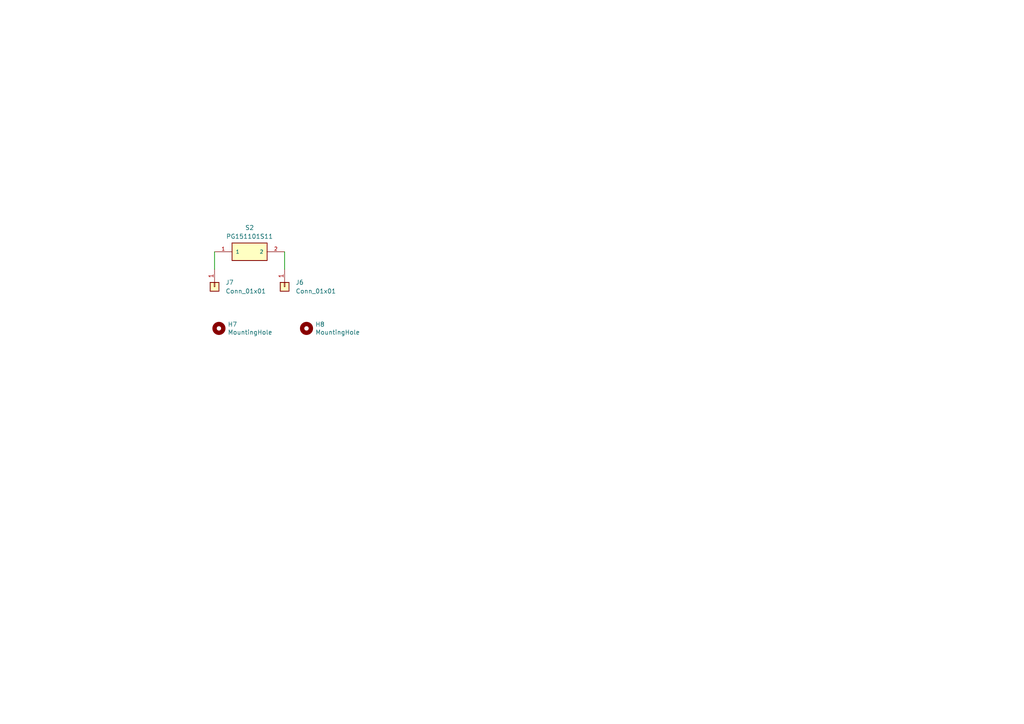
<source format=kicad_sch>
(kicad_sch (version 20230121) (generator eeschema)
  (paper "A4")
  (lib_symbols
    (symbol "Connector_Generic:Conn_01x01" (pin_names (offset 1.016) hide)
      (property "Reference" "J" (at 0 2.54 0))
      (property "Value" "Conn_01x01" (at 0 -2.54 0))
      (symbol "Conn_01x01_1_1"
        (rectangle (start -1.27 0.127) (end 0 -0.127) (stroke (width 0.1524)))
        (rectangle (start -1.27 1.27) (end 1.27 -1.27) (stroke (width 0.254)) (fill (type background)))
        (pin passive line (at -5.08 0 0) (length 3.81) (name "Pin_1") (number "1"))
      )
    )
    (symbol "PG151101S11:PG151101S11" (pin_names (offset 1.016))
      (property "Reference" "S" (at -5.08 3.81 0))
      (property "Value" "PG151101S11" (at -5.08 -3.81 0))
      (symbol "PG151101S11_0_0"
        (rectangle (start -5.08 -2.54) (end 5.08 2.54) (stroke (width 0.254)) (fill (type background)))
        (pin passive line (at -10.16 0 0) (length 5.08) (name "1") (number "1"))
        (pin passive line (at 10.16 0 180) (length 5.08) (name "2") (number "2"))
      )
    )
    (symbol "Trackball-rescue:MountingHole-Mechanical" (pin_names (offset 1.016))
      (property "Reference" "H" (at 0 5.08 0))
      (property "Value" "Mechanical_MountingHole" (at 0 3.175 0))
      (symbol "MountingHole-Mechanical_0_1"
        (circle (center 0 0) (radius 1.27) (stroke (width 1.27)))
      )
    )
  )
  (wire (pts (xy 62.23 73.025) (xy 62.23 78.105)) (stroke (width 0.2)))
  (wire (pts (xy 82.55 73.025) (xy 82.55 78.105)) (stroke (width 0.2)))
  (symbol (lib_id "Trackball-rescue:MountingHole-Mechanical") (at 63.5 95.25 0) (unit 1)
    (property "Reference" "H7" (at 66.04 94.0816 0) (effects (justify left)))
    (property "Value" "MountingHole" (at 66.04 96.393 0) (effects (justify left)))
    (property "Footprint" "MountingHole:MountingHole_3.2mm_M3" (effects hide))
    (instances (project "Trackball" (path "" (reference "H7") (unit 1)) (path "" (reference "H9") (unit 1))))
  )
  (symbol (lib_id "Trackball-rescue:MountingHole-Mechanical") (at 88.9 95.25 0) (unit 1)
    (property "Reference" "H8" (at 91.44 94.0816 0) (effects (justify left)))
    (property "Value" "MountingHole" (at 91.44 96.393 0) (effects (justify left)))
    (property "Footprint" "MountingHole:MountingHole_3.2mm_M3" (effects hide))
    (instances (project "Trackball" (path "" (reference "H8") (unit 1)) (path "" (reference "H10") (unit 1))))
  )
  (symbol (lib_id "PG151101S11:PG151101S11") (at 72.39 73.025 0) (unit 1)
    (property "Reference" "S2" (at 72.39 66.04 0))
    (property "Value" "PG151101S11" (at 72.39 68.58 0))
    (property "Footprint" "Kailk SMD socket PG151101S11:SW_PG151101S11" (effects hide))
    (property "MF" "Kailh" (effects hide))
    (property "MAXIMUM_PACKAGE_HEIGHT" "1.95 mm" (effects hide))
    (property "Package" "Package" (effects hide))
    (property "Price" "None" (effects hide))
    (property "Check_prices" "https://www.snapeda.com/parts/PG151101S11/Kailh/view-part/?ref=eda" (effects hide))
    (property "STANDARD" "Manufacturer Recommendations" (effects hide))
    (property "PARTREV" "A" (effects hide))
    (property "SnapEDA_Link" "https://www.snapeda.com/parts/PG151101S11/Kailh/view-part/?ref=snap" (effects hide))
    (property "MP" "PG151101S11" (effects hide))
    (property "Description" "\n" (effects hide))
    (property "Availability" "Not in stock" (effects hide))
    (property "MANUFACTURER" "Kailh" (effects hide))
    (instances (project "Trackball" (path "" (reference "S2") (unit 1)) (path "" (reference "S1") (unit 1))))
  )
  (symbol (lib_id "Connector_Generic:Conn_01x01") (at 82.55 83.185 270) (unit 1) (in_bom no)
    (property "Reference" "J6" (at 85.725 81.915 90) (effects (justify left)))
    (property "Value" "Conn_01x01" (at 85.725 84.455 90) (effects (justify left)))
    (property "Footprint" "Connector_PinHeader_2.54mm:PinHeader_1x01_P2.54mm_Vertical" (effects hide))
    (instances (project "Trackball" (path "" (reference "J6") (unit 1)) (path "" (reference "J8") (unit 1))))
  )
  (symbol (lib_id "Connector_Generic:Conn_01x01") (at 62.23 83.185 270) (unit 1) (in_bom no)
    (property "Reference" "J7" (at 65.405 81.915 90) (effects (justify left)))
    (property "Value" "Conn_01x01" (at 65.405 84.455 90) (effects (justify left)))
    (property "Footprint" "Connector_PinHeader_2.54mm:PinHeader_1x01_P2.54mm_Vertical" (effects hide))
    (instances (project "Trackball" (path "" (reference "J7") (unit 1)) (path "" (reference "J5") (unit 1))))
  )
)
</source>
